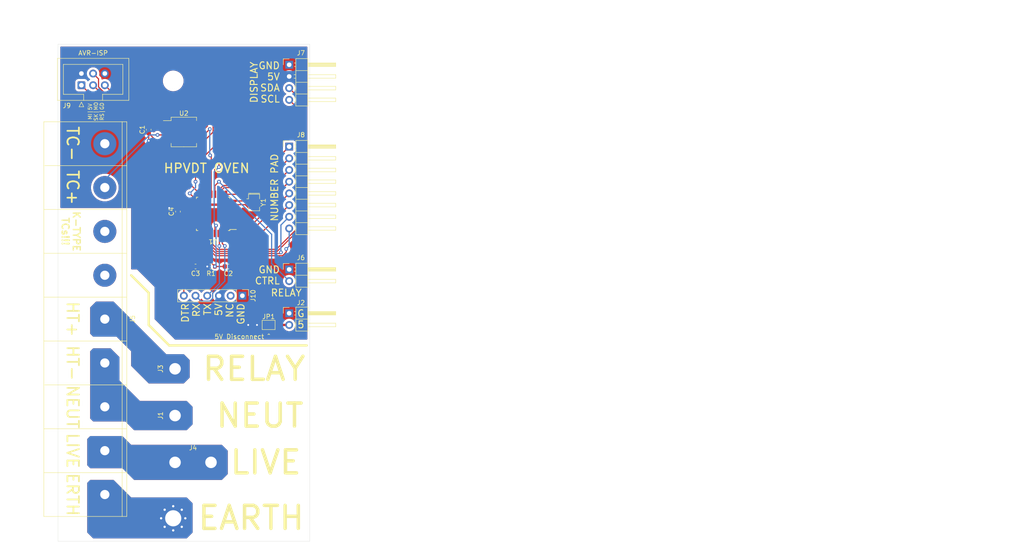
<source format=kicad_pcb>
(kicad_pcb (version 20221018) (generator pcbnew)
  (title_block (title "Oven") (date "2021-06-02") (rev "1.0") (company "HPVDT") (comment 1 "Based off an Arduino Nano, can be used as one.") (comment 2 "screen, 5V charger, solid state relay, and a keypad.") (comment 3 "Designed to fit in an old metal power supply case along side a ") (comment 4 "Oven control board"))
  (layers (0 "F.Cu" signal) (31 "B.Cu" signal) (34 "B.Paste" user) (35 "F.Paste" user) (36 "B.SilkS" user "B.Silkscreen") (37 "F.SilkS" user "F.Silkscreen") (38 "B.Mask" user) (39 "F.Mask" user) (44 "Edge.Cuts" user))
  (net 0 "")
  (net 1 "NEUT")
  (net 2 "LINE")
  (net 3 "GNDPWR")
  (net 4 "GND")
  (net 5 "+5V")
  (net 6 "Net-(U1-Pad8)")
  (net 7 "Net-(U1-Pad7)")
  (net 8 "/RST")
  (net 9 "/DTR")
  (net 10 "Net-(J2-Pad2)")
  (net 11 "/TC+")
  (net 12 "/RELAY")
  (net 13 "/SCL")
  (net 14 "/SDA")
  (net 17 "/ROW_{1}")
  (net 18 "/ROW_{2}")
  (net 19 "/ROW_{3}")
  (net 20 "/ROW_{4}")
  (net 21 "/COL_{1}")
  (net 22 "/COL_{2}")
  (net 23 "/MOSI")
  (net 24 "/SCK")
  (net 25 "/MISO")
  (net 26 "/TX")
  (net 27 "/RX")
  (net 28 "/TCSS")
  (net 29 "/RELAY_RTN")
  (net 30 "/COL_{3")
  (net 31 "/COL_{4}")
  (footprint "oven:9POS-TERMBLOCK" (layer "F.Cu") (at 69.5325 114.3 -90)
    (fp_text reference "J5" (at 0 -1.27 90) (layer "F.SilkS"))
    (fp_text value "OUTPUT")
    (pad "1" thru_hole circle locked (at -38.1 4.7625 270) (size 5 5) (drill 2) (layers "*.Cu" "*.Mask") (net 4 "GND"))
    (pad "2" thru_hole circle locked (at -28.575 4.7625 270) (size 5 5) (drill 2) (layers "*.Cu" "*.Mask") (net 11 "/TC+"))
    (pad "3" thru_hole circle locked (at -19.05 4.7625 270) (size 5 5) (drill 2) (layers "*.Cu" "*.Mask"))
    (pad "4" thru_hole circle locked (at -9.525 4.7625 270) (size 5 5) (drill 2) (layers "*.Cu" "*.Mask"))
    (pad "5" thru_hole circle locked (at 0 4.7625 270) (size 5 5) (drill 2) (layers "*.Cu" "*.Mask") (net 29 "/RELAY_RTN"))
    (pad "6" thru_hole circle locked (at 9.525 4.7625 270) (size 5 5) (drill 2) (layers "*.Cu" "*.Mask") (net 1 "NEUT"))
    (pad "7" thru_hole circle locked (at 19.05 4.7625 270) (size 5 5) (drill 2) (layers "*.Cu" "*.Mask") (net 1 "NEUT"))
    (pad "8" thru_hole circle locked (at 28.575 4.7625 270) (size 5 5) (drill 2) (layers "*.Cu" "*.Mask") (net 2 "LINE"))
    (pad "9" thru_hole circle locked (at 38.1 4.7625 270) (size 5 5) (drill 2) (layers "*.Cu" "*.Mask") (net 3 "GNDPWR"))
  )
  (footprint "Package_QFP:TQFP-32_7x7mm_P0.8mm" (layer "F.Cu") (at 88.265 91.44 180)
    (fp_text reference "U1" (at 0 -6.05 180 unlocked) (layer "F.SilkS"))
    (fp_text value "ATmega328-AU")
    (pad "1" smd rect (at -4.25 -2.8 180) (size 1.6 0.55) (layers "F.Cu" "F.Paste" "F.Mask") (net 17 "/ROW_{1}"))
    (pad "2" smd rect (at -4.25 -2 180) (size 1.6 0.55) (layers "F.Cu" "F.Paste" "F.Mask") (net 31 "/COL_{4}"))
    (pad "3" smd rect (at -4.25 -1.2 180) (size 1.6 0.55) (layers "F.Cu" "F.Paste" "F.Mask") (net 4 "GND"))
    (pad "4" smd rect (at -4.25 -0.4 180) (size 1.6 0.55) (layers "F.Cu" "F.Paste" "F.Mask") (net 5 "+5V"))
    (pad "5" smd rect (at -4.25 0.4 180) (size 1.6 0.55) (layers "F.Cu" "F.Paste" "F.Mask") (net 4 "GND"))
    (pad "6" smd rect (at -4.25 1.2 180) (size 1.6 0.55) (layers "F.Cu" "F.Paste" "F.Mask") (net 5 "+5V"))
    (pad "7" smd rect (at -4.25 2 180) (size 1.6 0.55) (layers "F.Cu" "F.Paste" "F.Mask") (net 7 "Net-(U1-Pad7)"))
    (pad "8" smd rect (at -4.25 2.8 180) (size 1.6 0.55) (layers "F.Cu" "F.Paste" "F.Mask") (net 6 "Net-(U1-Pad8)"))
    (pad "9" smd rect (at -2.8 4.25 270) (size 1.6 0.55) (layers "F.Cu" "F.Paste" "F.Mask") (net 30 "/COL_{3"))
    (pad "10" smd rect (at -2 4.25 270) (size 1.6 0.55) (layers "F.Cu" "F.Paste" "F.Mask") (net 22 "/COL_{2}"))
    (pad "11" smd rect (at -1.2 4.25 270) (size 1.6 0.55) (layers "F.Cu" "F.Paste" "F.Mask") (net 21 "/COL_{1}"))
    (pad "12" smd rect (at -0.4 4.25 270) (size 1.6 0.55) (layers "F.Cu" "F.Paste" "F.Mask") (net 12 "/RELAY"))
    (pad "13" smd rect (at 0.4 4.25 270) (size 1.6 0.55) (layers "F.Cu" "F.Paste" "F.Mask") (net 28 "/TCSS"))
    (pad "14" smd rect (at 1.2 4.25 270) (size 1.6 0.55) (layers "F.Cu" "F.Paste" "F.Mask"))
    (pad "15" smd rect (at 2 4.25 270) (size 1.6 0.55) (layers "F.Cu" "F.Paste" "F.Mask") (net 23 "/MOSI"))
    (pad "16" smd rect (at 2.8 4.25 270) (size 1.6 0.55) (layers "F.Cu" "F.Paste" "F.Mask") (net 25 "/MISO"))
    (pad "17" smd rect (at 4.25 2.8 180) (size 1.6 0.55) (layers "F.Cu" "F.Paste" "F.Mask") (net 24 "/SCK"))
    (pad "18" smd rect (at 4.25 2 180) (size 1.6 0.55) (layers "F.Cu" "F.Paste" "F.Mask") (net 5 "+5V"))
    (pad "19" smd rect (at 4.25 1.2 180) (size 1.6 0.55) (layers "F.Cu" "F.Paste" "F.Mask"))
    (pad "20" smd rect (at 4.25 0.4 180) (size 1.6 0.55) (layers "F.Cu" "F.Paste" "F.Mask"))
    (pad "21" smd rect (at 4.25 -0.4 180) (size 1.6 0.55) (layers "F.Cu" "F.Paste" "F.Mask") (net 4 "GND"))
    (pad "22" smd rect (at 4.25 -1.2 180) (size 1.6 0.55) (layers "F.Cu" "F.Paste" "F.Mask"))
    (pad "23" smd rect (at 4.25 -2 180) (size 1.6 0.55) (layers "F.Cu" "F.Paste" "F.Mask"))
    (pad "24" smd rect (at 4.25 -2.8 180) (size 1.6 0.55) (layers "F.Cu" "F.Paste" "F.Mask"))
    (pad "25" smd rect (at 2.8 -4.25 270) (size 1.6 0.55) (layers "F.Cu" "F.Paste" "F.Mask") (net 20 "/ROW_{4}"))
    (pad "26" smd rect (at 2 -4.25 270) (size 1.6 0.55) (layers "F.Cu" "F.Paste" "F.Mask") (net 19 "/ROW_{3}"))
    (pad "27" smd rect (at 1.2 -4.25 270) (size 1.6 0.55) (layers "F.Cu" "F.Paste" "F.Mask") (net 14 "/SDA"))
    (pad "28" smd rect (at 0.4 -4.25 270) (size 1.6 0.55) (layers "F.Cu" "F.Paste" "F.Mask") (net 13 "/SCL"))
    (pad "29" smd rect (at -0.4 -4.25 270) (size 1.6 0.55) (layers "F.Cu" "F.Paste" "F.Mask") (net 8 "/RST"))
    (pad "30" smd rect (at -1.2 -4.25 270) (size 1.6 0.55) (layers "F.Cu" "F.Paste" "F.Mask") (net 27 "/RX"))
    (pad "31" smd rect (at -2 -4.25 270) (size 1.6 0.55) (layers "F.Cu" "F.Paste" "F.Mask") (net 26 "/TX"))
    (pad "32" smd rect (at -2.8 -4.25 270) (size 1.6 0.55) (layers "F.Cu" "F.Paste" "F.Mask") (net 18 "/ROW_{2}"))
  )
  (footprint "MountingHole:MountingHole_3.5mm_Pad_Via" (layer "F.Cu") (at 79.61 157.56)
    (fp_text reference "H1")
    (fp_text value "M3")
    (pad "1" thru_hole circle locked (at -2.625 0) (size 0.8 0.8) (drill 0.5) (layers "*.Cu" "*.Mask") (net 3 "GNDPWR"))
    (pad "1" thru_hole circle locked (at -1.856155 -1.856155) (size 0.8 0.8) (drill 0.5) (layers "*.Cu" "*.Mask") (net 3 "GNDPWR"))
    (pad "1" thru_hole circle locked (at -1.856155 1.856155) (size 0.8 0.8) (drill 0.5) (layers "*.Cu" "*.Mask") (net 3 "GNDPWR"))
    (pad "1" thru_hole circle locked (at 0 -2.625) (size 0.8 0.8) (drill 0.5) (layers "*.Cu" "*.Mask") (net 3 "GNDPWR"))
    (pad "1" thru_hole circle locked (at 0 0) (size 7 7) (drill 3.5) (layers "*.Cu" "*.Mask") (net 3 "GNDPWR"))
    (pad "1" thru_hole circle locked (at 0 2.625) (size 0.8 0.8) (drill 0.5) (layers "*.Cu" "*.Mask") (net 3 "GNDPWR"))
    (pad "1" thru_hole circle locked (at 1.856155 -1.856155) (size 0.8 0.8) (drill 0.5) (layers "*.Cu" "*.Mask") (net 3 "GNDPWR"))
    (pad "1" thru_hole circle locked (at 1.856155 1.856155) (size 0.8 0.8) (drill 0.5) (layers "*.Cu" "*.Mask") (net 3 "GNDPWR"))
    (pad "1" thru_hole circle locked (at 2.625 0) (size 0.8 0.8) (drill 0.5) (layers "*.Cu" "*.Mask") (net 3 "GNDPWR"))
  )
  (footprint "MountingHole:MountingHole_3.5mm" (layer "F.Cu") (at 79.61 62.56)
    (fp_text reference "H2")
    (fp_text value "M3")
    (pad "" np_thru_hole circle locked (at 0 0) (size 3.5 3.5) (drill 3.5) (layers "*.Cu" "*.Mask"))
  )
  (footprint "Capacitor_SMD:C_0603_1608Metric" (layer "F.Cu") (at 74.295 73.165 -90)
    (fp_text reference "C1" (at -0.013 1.397 90) (layer "F.SilkS"))
    (fp_text value "100n")
    (pad "1" smd roundrect (at -0.775 0 270) (size 0.9 0.95) (layers "F.Cu" "F.Paste" "F.Mask") (net 4 "GND"))
    (pad "2" smd roundrect (at 0.775 0 270) (size 0.9 0.95) (layers "F.Cu" "F.Paste" "F.Mask") (net 5 "+5V"))
  )
  (footprint "Capacitor_SMD:C_0603_1608Metric" (layer "F.Cu") (at 91.58 102.87 180)
    (fp_text reference "C2" (at 0 -1.524) (layer "F.SilkS"))
    (fp_text value "4n7")
    (pad "1" smd roundrect (at -0.775 0 180) (size 0.9 0.95) (layers "F.Cu" "F.Paste" "F.Mask") (net 4 "GND"))
    (pad "2" smd roundrect (at 0.775 0 180) (size 0.9 0.95) (layers "F.Cu" "F.Paste" "F.Mask") (net 8 "/RST"))
  )
  (footprint "Capacitor_SMD:C_0603_1608Metric" (layer "F.Cu") (at 84.455 102.87)
    (fp_text reference "C3" (at 0 1.524) (layer "F.SilkS"))
    (fp_text value "100n")
    (pad "1" smd roundrect (at -0.775 0) (size 0.9 0.95) (layers "F.Cu" "F.Paste" "F.Mask") (net 9 "/DTR"))
    (pad "2" smd roundrect (at 0.775 0) (size 0.9 0.95) (layers "F.Cu" "F.Paste" "F.Mask") (net 8 "/RST"))
  )
  (footprint "Capacitor_SMD:C_0603_1608Metric" (layer "F.Cu") (at 80.645 90.945 90)
    (fp_text reference "C4" (at 0 -1.43 90) (layer "F.SilkS"))
    (fp_text value "100n")
    (pad "1" smd roundrect (at -0.775 0 90) (size 0.9 0.95) (layers "F.Cu" "F.Paste" "F.Mask") (net 4 "GND"))
    (pad "2" smd roundrect (at 0.775 0 90) (size 0.9 0.95) (layers "F.Cu" "F.Paste" "F.Mask") (net 5 "+5V"))
  )
  (footprint "Connector_PinHeader_2.54mm:PinHeader_1x02_P2.54mm_Horizontal" (layer "F.Cu") (at 104.775 113.03)
    (fp_text reference "J2" (at 2.54 -2.27) (layer "F.SilkS"))
    (fp_text value "5V_IN")
    (pad "1" thru_hole rect (at 0 0) (size 1.7 1.7) (drill 1) (layers "*.Cu" "*.Mask") (net 4 "GND"))
    (pad "2" thru_hole oval (at 0 2.54) (size 1.7 1.7) (drill 1) (layers "*.Cu" "*.Mask") (net 10 "Net-(J2-Pad2)"))
  )
  (footprint "Connector_Wire:SolderWire-2sqmm_1x01_D2mm_OD3.9mm" (layer "F.Cu") (at 80.01 125.095 90)
    (fp_text reference "J3" (at 0 -3.15 90) (layer "F.SilkS"))
    (fp_text value "RELAY_PWR")
    (pad "1" thru_hole roundrect (at 0 0 90) (size 3.9 3.9) (drill 2.5) (layers "*.Cu" "*.Mask") (roundrect_rratio 0.06410307692) (net 29 "/RELAY_RTN"))
  )
  (footprint "Connector_Wire:SolderWire-2sqmm_1x02_P7.8mm_D2mm_OD3.9mm" (layer "F.Cu") (at 80.01 145.415)
    (fp_text reference "J4" (at 3.9 -3.15) (layer "F.SilkS"))
    (fp_text value "LIVE")
    (pad "1" thru_hole roundrect (at 0 0) (size 3.9 3.9) (drill 2.5) (layers "*.Cu" "*.Mask") (roundrect_rratio 0.06410307692) (net 2 "LINE"))
    (pad "2" thru_hole circle (at 7.8 0) (size 3.9 3.9) (drill 2.5) (layers "*.Cu" "*.Mask") (net 2 "LINE"))
  )
  (footprint "Connector_PinHeader_2.54mm:PinHeader_1x02_P2.54mm_Horizontal" (layer "F.Cu") (at 104.775 103.505)
    (fp_text reference "J6" (at 2.54 -2.54) (layer "F.SilkS"))
    (fp_text value "RELAY_CTRL")
    (pad "1" thru_hole rect (at 0 0) (size 1.7 1.7) (drill 1) (layers "*.Cu" "*.Mask") (net 4 "GND"))
    (pad "2" thru_hole oval (at 0 2.54) (size 1.7 1.7) (drill 1) (layers "*.Cu" "*.Mask") (net 12 "/RELAY"))
  )
  (footprint "Connector_PinHeader_2.54mm:PinHeader_1x04_P2.54mm_Horizontal" (layer "F.Cu") (at 104.775 59.055)
    (fp_text reference "J7" (at 2.54 -2.54) (layer "F.SilkS"))
    (fp_text value "DISPLAY")
    (pad "1" thru_hole rect (at 0 0) (size 1.7 1.7) (drill 1) (layers "*.Cu" "*.Mask") (net 4 "GND"))
    (pad "2" thru_hole oval (at 0 2.54) (size 1.7 1.7) (drill 1) (layers "*.Cu" "*.Mask") (net 5 "+5V"))
    (pad "3" thru_hole oval (at 0 5.08) (size 1.7 1.7) (drill 1) (layers "*.Cu" "*.Mask") (net 14 "/SDA"))
    (pad "4" thru_hole oval (at 0 7.62) (size 1.7 1.7) (drill 1) (layers "*.Cu" "*.Mask") (net 13 "/SCL"))
  )
  (footprint "Connector_PinHeader_2.54mm:PinHeader_1x08_P2.54mm_Horizontal" (layer "F.Cu") (at 104.775 76.835)
    (fp_text reference "J8" (at 2.54 -2.54) (layer "F.SilkS"))
    (fp_text value "NUMPAD")
    (pad "1" thru_hole rect (at 0 0) (size 1.7 1.7) (drill 1) (layers "*.Cu" "*.Mask") (net 21 "/COL_{1}"))
    (pad "2" thru_hole oval (at 0 2.54) (size 1.7 1.7) (drill 1) (layers "*.Cu" "*.Mask") (net 22 "/COL_{2}"))
    (pad "3" thru_hole oval (at 0 5.08) (size 1.7 1.7) (drill 1) (layers "*.Cu" "*.Mask") (net 30 "/COL_{3"))
    (pad "4" thru_hole oval (at 0 7.62) (size 1.7 1.7) (drill 1) (layers "*.Cu" "*.Mask") (net 31 "/COL_{4}"))
    (pad "5" thru_hole oval (at 0 10.16) (size 1.7 1.7) (drill 1) (layers "*.Cu" "*.Mask") (net 17 "/ROW_{1}"))
    (pad "6" thru_hole oval (at 0 12.7) (size 1.7 1.7) (drill 1) (layers "*.Cu" "*.Mask") (net 18 "/ROW_{2}"))
    (pad "7" thru_hole oval (at 0 15.24) (size 1.7 1.7) (drill 1) (layers "*.Cu" "*.Mask") (net 19 "/ROW_{3}"))
    (pad "8" thru_hole oval (at 0 17.78) (size 1.7 1.7) (drill 1) (layers "*.Cu" "*.Mask") (net 20 "/ROW_{4}"))
  )
  (footprint "Connector_PinHeader_2.54mm:PinHeader_1x06_P2.54mm_Vertical" (layer "F.Cu") (at 94.615 109.22 -90)
    (fp_text reference "J10" (at 0 -2.33 90) (layer "F.SilkS"))
    (fp_text value "SERIAL")
    (pad "1" thru_hole rect (at 0 0 270) (size 1.7 1.7) (drill 1) (layers "*.Cu" "*.Mask") (net 4 "GND"))
    (pad "2" thru_hole oval (at 0 2.54 270) (size 1.7 1.7) (drill 1) (layers "*.Cu" "*.Mask"))
    (pad "3" thru_hole oval (at 0 5.08 270) (size 1.7 1.7) (drill 1) (layers "*.Cu" "*.Mask") (net 5 "+5V"))
    (pad "4" thru_hole oval (at 0 7.62 270) (size 1.7 1.7) (drill 1) (layers "*.Cu" "*.Mask") (net 27 "/RX"))
    (pad "5" thru_hole oval (at 0 10.16 270) (size 1.7 1.7) (drill 1) (layers "*.Cu" "*.Mask") (net 26 "/TX"))
    (pad "6" thru_hole oval (at 0 12.7 270) (size 1.7 1.7) (drill 1) (layers "*.Cu" "*.Mask") (net 9 "/DTR"))
  )
  (footprint "Jumper:SolderJumper-2_P1.3mm_Bridged_Pad1.0x1.5mm" (layer "F.Cu") (at 100.315 115.57)
    (fp_text reference "JP1" (at 0 -1.8) (layer "F.SilkS"))
    (fp_text value "5V_{SUP}")
    (fp_poly (pts (xy -0.25 -0.3) (xy 0.25 -0.3) (xy 0.25 0.3) (xy -0.25 0.3)) (fill solid) (layer "F.Cu"))
    (pad "1" smd rect (at -0.65 0) (size 1 1.5) (layers "F.Cu" "F.Mask") (net 5 "+5V"))
    (pad "2" smd rect (at 0.65 0) (size 1 1.5) (layers "F.Cu" "F.Mask") (net 10 "Net-(J2-Pad2)"))
  )
  (footprint "Resistor_SMD:R_0603_1608Metric" (layer "F.Cu") (at 87.82 102.87)
    (fp_text reference "R1" (at 0 1.524) (layer "F.SilkS"))
    (fp_text value "10K")
    (pad "1" smd roundrect (at -0.825 0) (size 0.8 0.95) (layers "F.Cu" "F.Paste" "F.Mask") (net 5 "+5V"))
    (pad "2" smd roundrect (at 0.825 0) (size 0.8 0.95) (layers "F.Cu" "F.Paste" "F.Mask") (net 8 "/RST"))
  )
  (footprint "Package_SO:SO-8_5.3x6.2mm_P1.27mm" (layer "F.Cu") (at 81.915 73.66)
    (fp_text reference "U2" (at 0 -4.05) (layer "F.SilkS"))
    (fp_text value "MAX6675")
    (pad "1" smd roundrect (at -3.5 -1.905) (size 1.9 0.6) (layers "F.Cu" "F.Paste" "F.Mask") (net 4 "GND"))
    (pad "2" smd roundrect (at -3.5 -0.635) (size 1.9 0.6) (layers "F.Cu" "F.Paste" "F.Mask") (net 4 "GND"))
    (pad "3" smd roundrect (at -3.5 0.635) (size 1.9 0.6) (layers "F.Cu" "F.Paste" "F.Mask") (net 11 "/TC+"))
    (pad "4" smd roundrect (at -3.5 1.905) (size 1.9 0.6) (layers "F.Cu" "F.Paste" "F.Mask") (net 5 "+5V"))
    (pad "5" smd roundrect (at 3.5 1.905) (size 1.9 0.6) (layers "F.Cu" "F.Paste" "F.Mask") (net 24 "/SCK"))
    (pad "6" smd roundrect (at 3.5 0.635) (size 1.9 0.6) (layers "F.Cu" "F.Paste" "F.Mask") (net 28 "/TCSS"))
    (pad "7" smd roundrect (at 3.5 -0.635) (size 1.9 0.6) (layers "F.Cu" "F.Paste" "F.Mask") (net 25 "/MISO"))
    (pad "8" smd roundrect (at 3.5 -1.905) (size 1.9 0.6) (layers "F.Cu" "F.Paste" "F.Mask"))
  )
  (footprint "Crystal:Resonator_SMD_muRata_CSTxExxV-3Pin_3.0x1.1mm" (layer "F.Cu") (at 97.155 88.97 -90)
    (fp_text reference "Y1" (at 0 -2 90) (layer "F.SilkS"))
    (fp_text value "16M")
    (pad "1" smd rect (at -1.2 0 270) (size 0.4 1.9) (layers "F.Cu" "F.Paste" "F.Mask") (net 6 "Net-(U1-Pad8)"))
    (pad "2" smd rect (at 0 0 270) (size 0.4 1.9) (layers "F.Cu" "F.Paste" "F.Mask") (net 4 "GND"))
    (pad "3" smd rect (at 1.2 0 270) (size 0.4 1.9) (layers "F.Cu" "F.Paste" "F.Mask") (net 7 "Net-(U1-Pad7)"))
  )
  (footprint "Connector_Wire:SolderWire-2sqmm_1x01_D2mm_OD3.9mm" (layer "F.Cu") (at 80.01 135.255 90)
    (fp_text reference "J1" (at 0 -3.15 90) (layer "F.SilkS"))
    (fp_text value "NEUTRAL")
    (pad "1" thru_hole roundrect (at 0 0 90) (size 3.9 3.9) (drill 2.5) (layers "*.Cu" "*.Mask") (roundrect_rratio 0.06410307692) (net 1 "NEUT"))
  )
  (footprint "Connector_IDC:IDC-Header_2x03_P2.54mm_Vertical" (layer "F.Cu") (at 59.69 63.5 90)
    (fp_text reference "J9" (at -4.445 -3.175 180) (layer "F.SilkS"))
    (fp_text value "AVR-ISP-6")
    (pad "1" thru_hole roundrect (at 0 0 90) (size 1.7 1.7) (drill 1) (layers "*.Cu" "*.Mask") (roundrect_rratio 0.1470588235) (net 25 "/MISO"))
    (pad "2" thru_hole circle (at 2.54 0 90) (size 1.7 1.7) (drill 1) (layers "*.Cu" "*.Mask") (net 5 "+5V"))
    (pad "3" thru_hole circle (at 0 2.54 90) (size 1.7 1.7) (drill 1) (layers "*.Cu" "*.Mask") (net 24 "/SCK"))
    (pad "4" thru_hole circle (at 2.54 2.54 90) (size 1.7 1.7) (drill 1) (layers "*.Cu" "*.Mask") (net 23 "/MOSI"))
    (pad "5" thru_hole circle (at 0 5.08 90) (size 1.7 1.7) (drill 1) (layers "*.Cu" "*.Mask") (net 8 "/RST"))
    (pad "6" thru_hole circle (at 2.54 5.08 90) (size 1.7 1.7) (drill 1) (layers "*.Cu" "*.Mask") (net 4 "GND"))
  )
  (gr_line (start 70.485 104.775) (end 74.295 108.585) (stroke (width 0.5)) (layer "F.SilkS"))
  (gr_line (start 74.295 115.57) (end 78.74 120.015) (stroke (width 0.5)) (layer "F.SilkS"))
  (gr_line (start 74.295 108.585) (end 74.295 115.57) (stroke (width 0.5)) (layer "F.SilkS"))
  (gr_line (start 78.74 120.015) (end 108.585 120.015) (stroke (width 0.5)) (layer "F.SilkS"))
  (gr_line (start 109.22 162.56) (end 54.61 162.56) (stroke (width 0.05)) (layer "Edge.Cuts"))
  (gr_line (start 54.61 162.56) (end 54.61 54.61) (stroke (width 0.05)) (layer "Edge.Cuts"))
  (gr_line (start 109.22 125.73) (end 109.22 162.56) (stroke (width 0.05)) (layer "Edge.Cuts"))
  (gr_line (start 54.61 54.61) (end 109.22 54.61) (stroke (width 0.05)) (layer "Edge.Cuts"))
  (gr_line (start 109.22 54.61) (end 109.22 110.49) (stroke (width 0.05)) (layer "Edge.Cuts"))
  (gr_line (start 109.22 110.49) (end 109.22 125.73) (stroke (width 0.05)) (layer "Edge.Cuts"))
  (gr_text "TC+" (at 57.785 85.725 -90) (layer "F.SilkS") (effects (font (size 2.5 2.5) (thickness 0.375))))
  (gr_text "5V Disconnect ^" (at 94.615 118.11) (layer "F.SilkS") (effects (font (size 1 1))))
  (gr_text "LIVE" (at 57.785 142.875 -90) (layer "F.SilkS") (effects (font (size 2.5 2.5) (thickness 0.375))))
  (gr_text "NEUT" (at 57.785 133.35 -90) (layer "F.SilkS") (effects (font (size 2.5 2.5) (thickness 0.375))))
  (gr_text "HT-" (at 57.785 123.825 -90) (layer "F.SilkS") (effects (font (size 2.5 2.5) (thickness 0.375))))
  (gr_text "K-TYPE\nTCs!!!" (at 57.404 95.25 -90) (layer "F.SilkS") (effects (font (size 1.5 1.5) (thickness 0.3))))
  (gr_text "DISPLAY" (at 97.155 62.865 90) (layer "F.SilkS") (effects (font (size 1.5 1.5) (thickness 0.225))))
  (gr_text "NEUT" (at 98.425 135.255) (layer "F.SilkS") (effects (font (size 5 5) (thickness 0.75))))
  (gr_text "EARTH" (at 96.52 157.48) (layer "F.SilkS") (effects (font (size 5 5) (thickness 0.75))))
  (gr_text "DTR\nRX\nTX\n5V\nNC\nGND" (at 88.265 110.744 90) (layer "F.SilkS") (effects (font (size 1.5 1.5) (thickness 0.225)) (justify right)))
  (gr_text "GND\nCTRL" (at 102.87 104.775) (layer "F.SilkS") (effects (font (size 1.5 1.5) (thickness 0.225)) (justify right)))
  (gr_text "TC-" (at 57.785 76.2 -90) (layer "F.SilkS") (effects (font (size 2.5 2.5) (thickness 0.375))))
  (gr_text "RELAY" (at 104.14 108.585) (layer "F.SilkS") (effects (font (size 1.5 1.5) (thickness 0.225))))
  (gr_text "HT+" (at 57.785 114.3 -90) (layer "F.SilkS") (effects (font (size 2.5 2.5) (thickness 0.375))))
  (gr_text "ERTH" (at 57.785 152.4 -90) (layer "F.SilkS") (effects (font (size 2.5 2.5) (thickness 0.375))))
  (gr_text "G\n5" (at 107.315 114.3) (layer "F.SilkS") (effects (font (size 1.5 1.5) (thickness 0.225))))
  (gr_text "RELAY" (at 97.155 125.095) (layer "F.SilkS") (effects (font (size 5 5) (thickness 0.75))))
  (gr_text "MI|5V\nSK|MO\nRS|GD" (at 62.865 69.215 90) (layer "F.SilkS") (effects (font (size 0.8 0.8) (thickness 0.12))))
  (gr_text "AVR-ISP" (at 62.23 56.515) (layer "F.SilkS") (effects (font (size 1 1))))
  (gr_text "GND\n5V\nSDA\nSCL" (at 102.87 62.865) (layer "F.SilkS") (effects (font (size 1.5 1.5) (thickness 0.225)) (justify right)))
  (gr_text "HPVDT OVEN" (at 86.868 81.534) (layer "F.SilkS") (effects (font (size 2 2) (thickness 0.3))))
  (gr_text "LIVE" (at 99.695 145.415) (layer "F.SilkS") (effects (font (size 5 5) (thickness 0.75))))
  (gr_text "NUMBER PAD" (at 101.6 85.725 90) (layer "F.SilkS") (effects (font (size 1.5 1.5) (thickness 0.225))))
  (segment (start 91.654998 92.64) (end 92.515 92.64) (width 0.25) (layer "F.Cu") (net 4))
  (segment (start 91.429998 92.64) (end 90.629998 91.84) (width 0.5) (layer "F.Cu") (net 4))
  (segment (start 92.515 92.64) (end 91.429998 92.64) (width 0.5) (layer "F.Cu") (net 4))
  (segment (start 91.264999 91.204999) (end 91.264999 92.475001) (width 0.5) (layer "F.Cu") (net 4))
  (segment (start 90.854998 91.84) (end 91.654998 92.64) (width 0.25) (layer "F.Cu") (net 4))
  (segment (start 99.695 89.535) (end 96.59 92.64) (width 0.25) (layer "F.Cu") (net 4))
  (segment (start 92.515 91.04) (end 91.429998 91.04) (width 0.5) (layer "F.Cu") (net 4))
  (segment (start 84.015 91.84) (end 90.854998 91.84) (width 0.25) (layer "F.Cu") (net 4))
  (segment (start 99.13 88.97) (end 99.695 89.535) (width 0.25) (layer "F.Cu") (net 4))
  (segment (start 90.629998 91.84) (end 84.015 91.84) (width 0.5) (layer "F.Cu") (net 4))
  (segment (start 80.765 91.84) (end 80.645 91.72) (width 0.5) (layer "F.Cu") (net 4))
  (segment (start 91.429998 91.04) (end 91.264999 91.204999) (width 0.5) (layer "F.Cu") (net 4))
  (segment (start 96.59 92.64) (end 92.515 92.64) (width 0.25) (layer "F.Cu") (net 4))
  (segment (start 84.015 91.84) (end 80.765 91.84) (width 0.5) (layer "F.Cu") (net 4))
  (segment (start 97.155 88.97) (end 99.13 88.97) (width 0.25) (layer "F.Cu") (net 4))
  (segment (start 91.264999 92.475001) (end 91.429998 92.64) (width 0.5) (layer "F.Cu") (net 4))
  (segment (start 93.600002 91.84) (end 92.515 91.84) (width 0.5) (layer "F.Cu") (net 5))
  (segment (start 92.515 90.24) (end 93.600002 90.24) (width 0.5) (layer "F.Cu") (net 5))
  (segment (start 81.375 89.44) (end 84.015 89.44) (width 0.5) (layer "F.Cu") (net 5))
  (segment (start 91.429998 90.24) (end 92.515 90.24) (width 0.5) (layer "F.Cu") (net 5))
  (segment (start 93.765001 90.404999) (end 93.765001 91.675001) (width 0.5) (layer "F.Cu") (net 5))
  (segment (start 99.665 115.57) (end 97.79 115.57) (width 0.5) (layer "F.Cu") (net 5))
  (segment (start 74.295 73.94) (end 74.295 75.565) (width 0.25) (layer "F.Cu") (net 5))
  (segment (start 95.885 115.57) (end 97.79 115.57) (width 0.5) (layer "F.Cu") (net 5))
  (segment (start 93.765001 91.675001) (end 93.600002 91.84) (width 0.5) (layer "F.Cu") (net 5))
  (segment (start 93.600002 90.24) (end 93.765001 90.404999) (width 0.5) (layer "F.Cu") (net 5))
  (segment (start 78.74 90.17) (end 80.645 90.17) (width 0.5) (layer "F.Cu") (net 5))
  (segment (start 90.629998 89.44) (end 91.429998 90.24) (width 0.5) (layer "F.Cu") (net 5))
  (segment (start 84.015 89.44) (end 90.629998 89.44) (width 0.5) (layer "F.Cu") (net 5))
  (segment (start 80.645 90.17) (end 81.375 89.44) (width 0.5) (layer "F.Cu") (net 5))
  (segment (start 74.295 73.94) (end 75.92 75.565) (width 0.25) (layer "F.Cu") (net 5))
  (segment (start 75.92 75.565) (end 78.415 75.565) (width 0.25) (layer "F.Cu") (net 5))
  (via (at 95.885 115.57) (size 0.8) (drill 0.4) (layers "F.Cu" "B.Cu") (net 5))
  (via (at 74.295 75.565) (size 0.8) (drill 0.4) (layers "F.Cu" "B.Cu") (net 5))
  (via (at 86.995 102.87) (size 0.8) (drill 0.4) (layers "F.Cu" "B.Cu") (net 5))
  (via (at 97.79 115.57) (size 0.8) (drill 0.4) (layers "F.Cu" "B.Cu") (net 5))
  (via (at 78.74 90.17) (size 0.8) (drill 0.4) (layers "F.Cu" "B.Cu") (net 5))
  (segment (start 74.295 75.565) (end 74.295 90.17) (width 0.25) (layer "B.Cu") (net 5))
  (segment (start 78.74 90.17) (end 74.295 90.17) (width 0.25) (layer "B.Cu") (net 5))
  (segment (start 95.885 115.57) (end 89.535 109.22) (width 0.5) (layer "B.Cu") (net 5))
  (segment (start 74.295 90.17) (end 86.995 102.87) (width 0.25) (layer "B.Cu") (net 5))
  (segment (start 95.745 87.77) (end 97.155 87.77) (width 0.25) (layer "F.Cu") (net 6))
  (segment (start 92.515 88.64) (end 94.875 88.64) (width 0.25) (layer "F.Cu") (net 6))
  (segment (start 94.875 88.64) (end 95.745 87.77) (width 0.25) (layer "F.Cu") (net 6))
  (segment (start 95.955 90.17) (end 95.225 89.44) (width 0.25) (layer "F.Cu") (net 7))
  (segment (start 97.155 90.17) (end 95.955 90.17) (width 0.25) (layer "F.Cu") (net 7))
  (segment (start 95.225 89.44) (end 92.515 89.44) (width 0.25) (layer "F.Cu") (net 7))
  (segment (start 67.945 66.675) (end 85.72782 66.675) (width 0.25) (layer "F.Cu") (net 8))
  (segment (start 64.77 63.5) (end 67.945 66.675) (width 0.25) (layer "F.Cu") (net 8))
  (segment (start 88.645 102.87) (end 90.805 102.87) (width 0.25) (layer "F.Cu") (net 8))
  (segment (start 88.665 94.215) (end 88.9 93.98) (width 0.25) (layer "F.Cu") (net 8))
  (segment (start 85.72782 66.675) (end 89.535 70.48218) (width 0.25) (layer "F.Cu") (net 8))
  (segment (start 88.665 95.69) (end 88.665 94.215) (width 0.25) (layer "F.Cu") (net 8))
  (segment (start 89.535 70.48218) (end 89.535 81.28) (width 0.25) (layer "F.Cu") (net 8))
  (segment (start 85.23 102.87) (end 86.03001 102.06999) (width 0.25) (layer "F.Cu") (net 8))
  (segment (start 86.03001 102.06999) (end 87.84499 102.06999) (width 0.25) (layer "F.Cu") (net 8))
  (segment (start 87.84499 102.06999) (end 88.645 102.87) (width 0.25) (layer "F.Cu") (net 8))
  (via (at 88.645 102.87) (size 0.8) (drill 0.4) (layers "F.Cu" "B.Cu") (net 8))
  (via (at 89.535 81.28) (size 0.8) (drill 0.4) (layers "F.Cu" "B.Cu") (net 8))
  (via (at 88.9 93.98) (size 0.8) (drill 0.4) (layers "F.Cu" "B.Cu") (net 8))
  (segment (start 88.500001 82.314999) (end 89.535 81.28) (width 0.25) (layer "B.Cu") (net 8))
  (segment (start 88.500001 93.580001) (end 88.500001 82.314999) (width 0.25) (layer "B.Cu") (net 8))
  (segment (start 88.9 102.615) (end 88.645 102.87) (width 0.25) (layer "B.Cu") (net 8))
  (segment (start 88.9 93.98) (end 88.9 102.615) (width 0.25) (layer "B.Cu") (net 8))
  (segment (start 88.9 93.98) (end 88.500001 93.580001) (width 0.25) (layer "B.Cu") (net 8))
  (segment (start 81.915 104.635) (end 83.68 102.87) (width 0.25) (layer "F.Cu") (net 9))
  (segment (start 81.915 109.22) (end 81.915 104.635) (width 0.25) (layer "F.Cu") (net 9))
  (segment (start 100.965 115.57) (end 104.775 115.57) (width 0.5) (layer "F.Cu") (net 10))
  (segment (start 78.415 74.295) (end 76.2 74.295) (width 0.25) (layer "F.Cu") (net 11))
  (via (at 76.2 74.295) (size 0.8) (drill 0.4) (layers "F.Cu" "B.Cu") (net 11))
  (segment (start 76.2 74.295) (end 74.491998 74.295) (width 0.25) (layer "B.Cu") (net 11))
  (segment (start 64.77 84.016998) (end 64.77 85.725) (width 0.25) (layer "B.Cu") (net 11))
  (segment (start 74.491998 74.295) (end 64.77 84.016998) (width 0.25) (layer "B.Cu") (net 11))
  (segment (start 88.665 87.19) (end 88.665 85.325) (width 0.25) (layer "F.Cu") (net 12))
  (segment (start 88.665 85.325) (end 89.535 84.455) (width 0.25) (layer "F.Cu") (net 12))
  (via (at 89.535 84.455) (size 0.8) (drill 0.4) (layers "F.Cu" "B.Cu") (net 12))
  (segment (start 89.535 84.455) (end 100.965 95.885) (width 0.25) (layer "B.Cu") (net 12))
  (segment (start 104.775 106.045) (end 100.965 102.235) (width 0.25) (layer "B.Cu") (net 12))
  (segment (start 100.965 95.885) (end 100.965 102.235) (width 0.25) (layer "B.Cu") (net 12))
  (segment (start 106.68 68.58) (end 106.68 94.449002) (width 0.25) (layer "F.Cu") (net 13))
  (segment (start 89.276999 99.150001) (end 87.865 97.738002) (width 0.25) (layer "F.Cu") (net 13))
  (segment (start 101.979001 99.150001) (end 89.276999 99.150001) (width 0.25) (layer "F.Cu") (net 13))
  (segment (start 104.775 66.675) (end 106.68 68.58) (width 0.25) (layer "F.Cu") (net 13))
  (segment (start 87.865 97.738002) (end 87.865 95.69) (width 0.25) (layer "F.Cu") (net 13))
  (segment (start 106.68 94.449002) (end 101.979001 99.150001) (width 0.25) (layer "F.Cu") (net 13))
  (segment (start 87.065 97.574412) (end 89.090599 99.600011) (width 0.25) (layer "F.Cu") (net 14))
  (segment (start 102.165402 99.60001) (end 107.13001 94.635402) (width 0.25) (layer "F.Cu") (net 14))
  (segment (start 107.13001 94.635402) (end 107.13001 66.49001) (width 0.25) (layer "F.Cu") (net 14))
  (segment (start 107.13001 66.49001) (end 104.775 64.135) (width 0.25) (layer "F.Cu") (net 14))
  (segment (start 89.090599 99.600011) (end 102.165402 99.60001) (width 0.25) (layer "F.Cu") (net 14))
  (segment (start 87.065 95.69) (end 87.065 97.574412) (width 0.25) (layer "F.Cu") (net 14))
  (segment (start 97.53 94.24) (end 104.775 86.995) (width 0.25) (layer "F.Cu") (net 17))
  (segment (start 92.515 94.24) (end 97.53 94.24) (width 0.25) (layer "F.Cu") (net 17))
  (segment (start 91.065 95.69) (end 98.62 95.69) (width 0.25) (layer "F.Cu") (net 18))
  (segment (start 98.62 95.69) (end 104.775 89.535) (width 0.25) (layer "F.Cu") (net 18))
  (segment (start 86.265 97.41082) (end 88.9042 100.05002) (width 0.25) (layer "F.Cu") (net 19))
  (segment (start 102.740698 100.05002) (end 102.982859 99.807859) (width 0.25) (layer "F.Cu") (net 19))
  (segment (start 86.265 95.69) (end 86.265 97.41082) (width 0.25) (layer "F.Cu") (net 19))
  (segment (start 88.9042 100.05002) (end 102.740698 100.05002) (width 0.25) (layer "F.Cu") (net 19))
  (via (at 102.982859 99.807859) (size 0.8) (drill 0.4) (layers "F.Cu" "B.Cu") (net 19))
  (segment (start 102.982859 93.867141) (end 104.775 92.075) (width 0.25) (layer "B.Cu") (net 19))
  (segment (start 102.982859 99.807859) (end 102.982859 93.867141) (width 0.25) (layer "B.Cu") (net 19))
  (segment (start 88.75063 100.53286) (end 85.465 97.24723) (width 0.25) (layer "F.Cu") (net 20))
  (segment (start 85.465 97.24723) (end 85.465 95.69) (width 0.25) (layer "F.Cu") (net 20))
  (segment (start 104.14 99.06) (end 104.14 99.72372) (width 0.25) (layer "F.Cu") (net 20))
  (segment (start 104.14 99.72372) (end 103.33086 100.53286) (width 0.25) (layer "F.Cu") (net 20))
  (segment (start 103.33086 100.53286) (end 88.75063 100.53286) (width 0.25) (layer "F.Cu") (net 20))
  (via (at 104.14 99.06) (size 0.8) (drill 0.4) (layers "F.Cu" "B.Cu") (net 20))
  (segment (start 104.775 94.615) (end 104.775 98.425) (width 0.25) (layer "B.Cu") (net 20))
  (segment (start 104.775 98.425) (end 104.14 99.06) (width 0.25) (layer "B.Cu") (net 20))
  (segment (start 99.5086 85.27499) (end 90.493599 85.274991) (width 0.25) (layer "F.Cu") (net 21))
  (segment (start 104.775 76.835) (end 102.235 79.375) (width 0.25) (layer "F.Cu") (net 21))
  (segment (start 90.493599 85.274991) (end 89.465 86.30359) (width 0.25) (layer "F.Cu") (net 21))
  (segment (start 102.235 79.375) (end 102.235 82.54859) (width 0.25) (layer "F.Cu") (net 21))
  (segment (start 89.465 86.30359) (end 89.465 87.19) (width 0.25) (layer "F.Cu") (net 21))
  (segment (start 102.235 82.54859) (end 99.5086 85.27499) (width 0.25) (layer "F.Cu") (net 21))
  (segment (start 90.68 85.725) (end 99.695 85.725) (width 0.25) (layer "F.Cu") (net 22))
  (segment (start 102.87 81.28) (end 104.775 79.375) (width 0.25) (layer "F.Cu") (net 22))
  (segment (start 99.695 85.725) (end 102.87 82.55) (width 0.25) (layer "F.Cu") (net 22))
  (segment (start 90.265 86.14) (end 90.68 85.725) (width 0.25) (layer "F.Cu") (net 22))
  (segment (start 90.265 87.19) (end 90.265 86.14) (width 0.25) (layer "F.Cu") (net 22))
  (segment (start 102.87 82.55) (end 102.87 81.28) (width 0.25) (layer "F.Cu") (net 22))
  (segment (start 63.405001 62.135001) (end 62.23 60.96) (width 0.25) (layer "F.Cu") (net 23))
  (segment (start 85.72641 67.31) (end 66.840998 67.31) (width 0.25) (layer "F.Cu") (net 23))
  (segment (start 86.265 87.19) (end 86.265 79.031998) (width 0.25) (layer "F.Cu") (net 23))
  (segment (start 88.715009 76.581989) (end 88.715009 70.298599) (width 0.25) (layer "F.Cu") (net 23))
  (segment (start 86.265 79.031998) (end 88.715009 76.581989) (width 0.25) (layer "F.Cu") (net 23))
  (segment (start 63.405001 63.874003) (end 63.405001 62.135001) (width 0.25) (layer "F.Cu") (net 23))
  (segment (start 66.840998 67.31) (end 63.405001 63.874003) (width 0.25) (layer "F.Cu") (net 23))
  (segment (start 88.715009 70.298599) (end 85.72641 67.31) (width 0.25) (layer "F.Cu") (net 23))
  (segment (start 86.365 75.565) (end 88.265 73.665) (width 0.25) (layer "F.Cu") (net 24))
  (segment (start 88.265 73.665) (end 88.265 70.485) (width 0.25) (layer "F.Cu") (net 24))
  (segment (start 84.455 76.525) (end 85.415 75.565) (width 0.25) (layer "F.Cu") (net 24))
  (segment (start 66.49001 67.76001) (end 85.54001 67.76001) (width 0.25) (layer "F.Cu") (net 24))
  (segment (start 85.54001 67.76001) (end 88.265 70.485) (width 0.25) (layer "F.Cu") (net 24))
  (segment (start 84.015 87.825) (end 83.185 86.995) (width 0.25) (layer "F.Cu") (net 24))
  (segment (start 85.415 75.565) (end 86.365 75.565) (width 0.25) (layer "F.Cu") (net 24))
  (segment (start 62.23 63.5) (end 66.49001 67.76001) (width 0.25) (layer "F.Cu") (net 24))
  (segment (start 84.455 84.455) (end 84.455 76.525) (width 0.25) (layer "F.Cu") (net 24))
  (segment (start 84.015 88.64) (end 84.015 87.825) (width 0.25) (layer "F.Cu") (net 24))
  (via (at 83.185 86.995) (size 0.8) (drill 0.4) (layers "F.Cu" "B.Cu") (net 24))
  (via (at 84.455 84.455) (size 0.8) (drill 0.4) (layers "F.Cu" "B.Cu") (net 24))
  (segment (start 84.455 85.725) (end 84.455 84.455) (width 0.25) (layer "B.Cu") (net 24))
  (segment (start 83.185 86.995) (end 84.455 85.725) (width 0.25) (layer "B.Cu") (net 24))
  (segment (start 64.40002 68.21002) (end 59.69 63.5) (width 0.25) (layer "F.Cu") (net 25))
  (segment (start 84.465 73.025) (end 83.185 74.305) (width 0.25) (layer "F.Cu") (net 25))
  (segment (start 86.995 69.85141) (end 85.35361 68.21002) (width 0.25) (layer "F.Cu") (net 25))
  (segment (start 85.35361 68.21002) (end 64.40002 68.21002) (width 0.25) (layer "F.Cu") (net 25))
  (segment (start 86.365 73.025) (end 86.995 72.395) (width 0.25) (layer "F.Cu") (net 25))
  (segment (start 83.185 84.91) (end 85.465 87.19) (width 0.25) (layer "F.Cu") (net 25))
  (segment (start 85.415 73.025) (end 84.465 73.025) (width 0.25) (layer "F.Cu") (net 25))
  (segment (start 83.185 74.305) (end 83.185 84.91) (width 0.25) (layer "F.Cu") (net 25))
  (segment (start 86.995 72.395) (end 86.995 69.85141) (width 0.25) (layer "F.Cu") (net 25))
  (segment (start 85.415 73.025) (end 86.365 73.025) (width 0.25) (layer "F.Cu") (net 25))
  (segment (start 90.265 95.69) (end 90.265 97.885) (width 0.25) (layer "F.Cu") (net 26))
  (segment (start 90.265 97.885) (end 90.805 98.425) (width 0.25) (layer "F.Cu") (net 26))
  (via (at 90.805 98.425) (size 0.8) (drill 0.4) (layers "F.Cu" "B.Cu") (net 26))
  (segment (start 87.559001 110.395001) (end 85.630001 110.395001) (width 0.25) (layer "B.Cu") (net 26))
  (segment (start 90.805 106.04641) (end 88.170001 108.681409) (width 0.25) (layer "B.Cu") (net 26))
  (segment (start 90.805 98.425) (end 90.805 106.04641) (width 0.25) (layer "B.Cu") (net 26))
  (segment (start 85.630001 110.395001) (end 84.455 109.22) (width 0.25) (layer "B.Cu") (net 26))
  (segment (start 88.170001 108.681409) (end 88.170001 109.784001) (width 0.25) (layer "B.Cu") (net 26))
  (segment (start 88.170001 109.784001) (end 87.559001 110.395001) (width 0.25) (layer "B.Cu") (net 26))
  (segment (start 89.625 98.425) (end 89.625 95.85) (width 0.25) (layer "F.Cu") (net 27))
  (segment (start 89.625 95.85) (end 89.465 95.69) (width 0.25) (layer "F.Cu") (net 27))
  (via (at 89.625 98.425) (size 0.8) (drill 0.4) (layers "F.Cu" "B.Cu") (net 27))
  (segment (start 89.625 106.59) (end 89.625 98.425) (width 0.25) (layer "B.Cu") (net 27))
  (segment (start 86.995 109.22) (end 89.625 106.59) (width 0.25) (layer "B.Cu") (net 27))
  (segment (start 86.27 74.295) (end 87.54 73.025) (width 0.25) (layer "F.Cu") (net 28))
  (segment (start 87.865 78.975) (end 87.865 87.19) (width 0.25) (layer "F.Cu") (net 28))
  (segment (start 85.415 74.295) (end 86.27 74.295) (width 0.25) (layer "F.Cu") (net 28))
  (segment (start 87.63 78.74) (end 87.865 78.975) (width 0.25) (layer "F.Cu") (net 28))
  (via (at 87.54 73.025) (size 0.8) (drill 0.4) (layers "F.Cu" "B.Cu") (net 28))
  (via (at 87.63 78.74) (size 0.8) (drill 0.4) (layers "F.Cu" "B.Cu") (net 28))
  (segment (start 87.54 73.025) (end 87.54 78.65) (width 0.25) (layer "B.Cu") (net 28))
  (segment (start 87.54 78.65) (end 87.63 78.74) (width 0.25) (layer "B.Cu") (net 28))
  (segment (start 91.065 87.19) (end 99.5 87.19) (width 0.25) (layer "F.Cu") (net 30))
  (segment (start 99.5 87.19) (end 104.775 81.915) (width 0.25) (layer "F.Cu") (net 30))
  (segment (start 102.87 87.63) (end 97.06 93.44) (width 0.25) (layer "F.Cu") (net 31))
  (segment (start 97.06 93.44) (end 92.515 93.44) (width 0.25) (layer "F.Cu") (net 31))
  (segment (start 102.87 86.36) (end 102.87 87.63) (width 0.25) (layer "F.Cu") (net 31))
  (segment (start 104.775 84.455) (end 102.87 86.36) (width 0.25) (layer "F.Cu") (net 31))
  (zone (net 4) (net_name "GND") (layer "F.Cu") (connect_pads yes (clearance 0.508)) (min_thickness 0.254) (fill yes (thermal_gap 0.508) (thermal_bridge_width 0.508))
    (polygon (pts (xy 109.22 118.745) (xy 80.01 118.745) (xy 75.565 114.3) (xy 75.565 107.315) (xy 71.755 103.505) (xy 70.485 103.505) (xy 70.485 90.17) (xy 54.61 90.17) (xy 54.61 54.61) (xy 109.22 54.61)))
  )
  (zone (net 1) (net_name "NEUT") (layer "F.Cu") (connect_pads yes (clearance 0.508)) (min_thickness 0.254) (fill yes (thermal_gap 0.508) (thermal_bridge_width 0.508))
    (polygon (pts (xy 67.945 122.555) (xy 67.945 127.635) (xy 72.39 132.08) (xy 82.55 132.08) (xy 83.82 133.35) (xy 83.82 137.16) (xy 82.55 138.43) (xy 71.12 138.43) (xy 69.215 136.525) (xy 62.23 136.525) (xy 61.595 135.89) (xy 61.595 121.285) (xy 62.23 120.65) (xy 66.04 120.65)))
  )
  (zone (net 2) (net_name "LINE") (layer "F.Cu") (connect_pads yes (clearance 0.508)) (min_thickness 0.254) (fill yes (thermal_gap 0.508) (thermal_bridge_width 0.508))
    (polygon (pts (xy 70.485 141.605) (xy 90.17 141.605) (xy 91.44 142.875) (xy 91.44 147.955) (xy 90.17 149.225) (xy 71.12 149.225) (xy 68.58 146.685) (xy 61.595 146.685) (xy 60.96 146.05) (xy 60.96 140.335) (xy 61.595 139.7) (xy 68.58 139.7)))
  )
  (zone (net 3) (net_name "GNDPWR") (layer "F.Cu") (connect_pads yes (clearance 0.508)) (min_thickness 0.254) (fill yes (thermal_gap 0.508) (thermal_bridge_width 0.508))
    (polygon (pts (xy 70.485 153.035) (xy 82.55 153.035) (xy 83.82 154.305) (xy 83.82 160.655) (xy 82.55 161.925) (xy 62.23 161.925) (xy 60.96 160.655) (xy 60.96 149.86) (xy 61.595 149.225) (xy 66.675 149.225)))
  )
  (zone (net 29) (net_name "/RELAY_RTN") (layer "F.Cu") (connect_pads yes (clearance 0.508)) (min_thickness 0.254) (fill yes (thermal_gap 0.508) (thermal_bridge_width 0.508))
    (polygon (pts (xy 78.105 121.92) (xy 81.915 121.92) (xy 83.185 123.19) (xy 83.185 127) (xy 81.915 128.27) (xy 74.295 128.27) (xy 70.485 124.46) (xy 70.485 121.285) (xy 67.31 118.11) (xy 62.23 118.11) (xy 61.595 117.475) (xy 61.595 111.76) (xy 62.865 110.49) (xy 66.675 110.49)))
  )
  (zone (net 0) (net_name "") (layers "F&B.Cu") (connect_pads yes (clearance 0)) (min_thickness 0.254)
    (keepout (tracks not_allowed) (vias not_allowed) (pads allowed) (copperpour not_allowed) (footprints allowed))
    (fill (thermal_gap 0.508) (thermal_bridge_width 0.508))
    (polygon (pts (xy 61.595 105.41) (xy 53.34 105.41) (xy 53.34 104.14) (xy 61.595 104.14)))
  )
  (zone (net 0) (net_name "") (layers "F&B.Cu") (connect_pads yes (clearance 0)) (min_thickness 0.254)
    (keepout (tracks not_allowed) (vias not_allowed) (pads allowed) (copperpour not_allowed) (footprints allowed))
    (fill (thermal_gap 0.508) (thermal_bridge_width 0.508))
    (polygon (pts (xy 74.93 107.95) (xy 74.93 114.935) (xy 79.375 119.38) (xy 109.855 119.38) (xy 109.855 120.65) (xy 78.105 120.65) (xy 73.025 115.57) (xy 73.025 108.585) (xy 69.85 105.41) (xy 67.945 105.41) (xy 67.945 104.14) (xy 71.12 104.14)))
  )
  (zone (net 3) (net_name "GNDPWR") (layer "B.Cu") (connect_pads yes (clearance 0.508)) (min_thickness 0.254) (fill yes (thermal_gap 0.508) (thermal_bridge_width 0.508))
    (polygon (pts (xy 70.485 153.035) (xy 82.55 153.035) (xy 83.82 154.305) (xy 83.82 160.655) (xy 82.55 161.925) (xy 62.23 161.925) (xy 60.96 160.655) (xy 60.96 149.86) (xy 61.595 149.225) (xy 66.675 149.225)))
  )
  (zone (net 2) (net_name "LINE") (layer "B.Cu") (connect_pads yes (clearance 0.508)) (min_thickness 0.254) (fill yes (thermal_gap 0.508) (thermal_bridge_width 0.508))
    (polygon (pts (xy 70.485 141.605) (xy 90.17 141.605) (xy 91.44 142.875) (xy 91.44 147.955) (xy 90.17 149.225) (xy 71.12 149.225) (xy 68.58 146.685) (xy 61.595 146.685) (xy 60.96 146.05) (xy 60.96 140.335) (xy 61.595 139.7) (xy 68.58 139.7)))
  )
  (zone (net 1) (net_name "NEUT") (layer "B.Cu") (connect_pads yes (clearance 0.508)) (min_thickness 0.254) (fill yes (thermal_gap 0.508) (thermal_bridge_width 0.508))
    (polygon (pts (xy 67.945 122.555) (xy 67.945 127.635) (xy 72.39 132.08) (xy 82.55 132.08) (xy 83.82 133.35) (xy 83.82 137.16) (xy 82.55 138.43) (xy 71.12 138.43) (xy 69.215 136.525) (xy 62.23 136.525) (xy 61.595 135.89) (xy 61.595 121.285) (xy 62.23 120.65) (xy 66.04 120.65)))
  )
  (zone (net 29) (net_name "/RELAY_RTN") (layer "B.Cu") (connect_pads yes (clearance 0.508)) (min_thickness 0.254) (fill yes (thermal_gap 0.508) (thermal_bridge_width 0.508))
    (polygon (pts (xy 78.105 121.92) (xy 81.915 121.92) (xy 83.185 123.19) (xy 83.185 127) (xy 81.915 128.27) (xy 74.295 128.27) (xy 70.485 124.46) (xy 70.485 121.285) (xy 67.31 118.11) (xy 62.23 118.11) (xy 61.595 117.475) (xy 61.595 111.76) (xy 62.865 110.49) (xy 66.675 110.49)))
  )
  (zone (net 5) (net_name "+5V") (layer "B.Cu") (connect_pads yes (clearance 0.508)) (min_thickness 0.254) (fill yes (thermal_gap 0.508) (thermal_bridge_width 0.508))
    (polygon (pts (xy 109.22 118.745) (xy 80.01 118.745) (xy 75.565 114.3) (xy 75.565 107.315) (xy 71.755 103.505) (xy 70.485 103.505) (xy 70.485 90.17) (xy 54.61 90.17) (xy 54.61 54.61) (xy 109.22 54.61)))
  )
)
</source>
